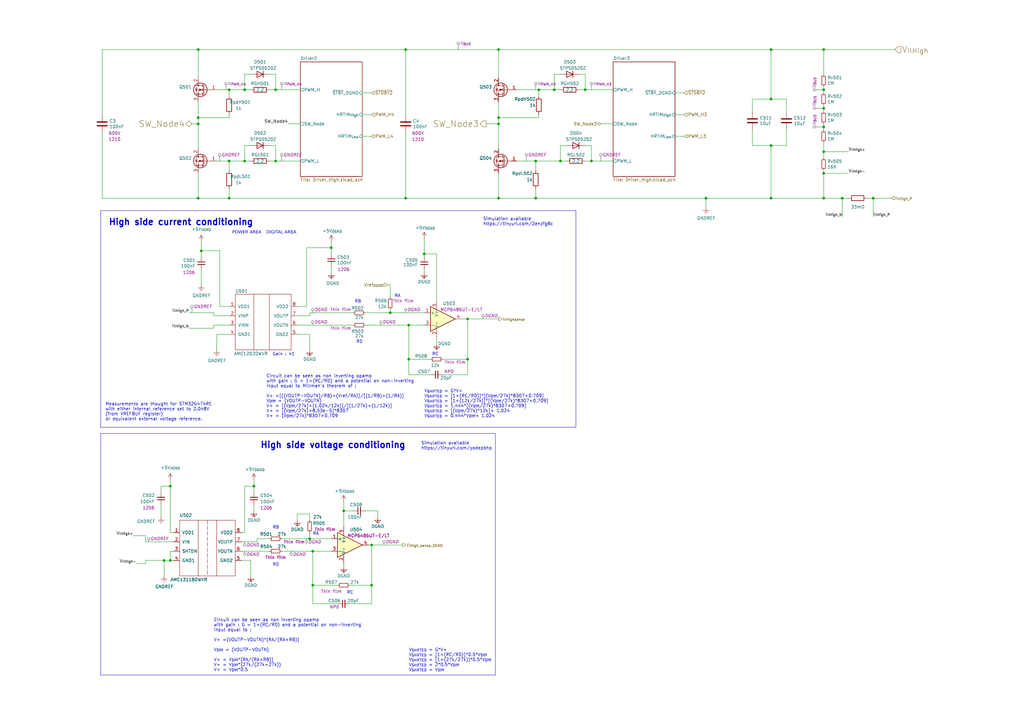
<source format=kicad_sch>
(kicad_sch (version 20231120) (generator "eeschema") (generator_version "8.0")
  (paper "A3")
  (title_block (title "High side H bridge"))
  (lib_symbols
    (symbol "AMC1311DBW_1" (pin_names (offset 1.016))
      (property "Reference" "U601" (at -8.89 13.97 0))
      (property "Value" "AMC1311DWV" (at 7.62 13.97 0))
      (symbol "AMC1311DBW_1_1_1"
        (pin power_in line (at -13.97 7.62 0) (length 2.54) (name "VDD1") (number "1"))
        (pin input line (at -13.97 3.81 0) (length 2.54) (name "VIN") (number "2"))
        (pin input line (at -13.97 0 0) (length 2.54) (name "SHTDN") (number "3"))
        (pin power_in line (at -13.97 -3.81 0) (length 2.54) (name "GND1") (number "4"))
        (pin power_in line (at 13.97 -3.81 180) (length 2.54) (name "GND2") (number "5"))
        (pin output line (at 13.97 0 180) (length 2.54) (name "VOUTN") (number "6"))
        (pin output line (at 13.97 3.81 180) (length 2.54) (name "VOUTP") (number "7"))
        (pin power_in line (at 13.97 7.62 180) (length 2.54) (name "VDD2") (number "8"))
      )
    )
    (symbol "Device:C" (pin_numbers hide) (pin_names (offset 0.254))
      (property "Reference" "C" (at 0.635 2.54 0))
      (property "Value" "C" (at 0.635 -2.54 0))
      (symbol "C_1_1"
        (pin passive line (at 0 3.81 270) (length 2.794) (name "~") (number "1"))
        (pin passive line (at 0 -3.81 90) (length 2.794) (name "~") (number "2"))
      )
    )
    (symbol "Device:C_Small" (pin_numbers hide) (pin_names (offset 0.254) hide)
      (property "Reference" "C" (at 0.254 1.778 0))
      (property "Value" "C_Small" (at 0.254 -2.032 0))
      (symbol "C_Small_1_1"
        (pin passive line (at 0 2.54 270) (length 2.032) (name "~") (number "1"))
        (pin passive line (at 0 -2.54 90) (length 2.032) (name "~") (number "2"))
      )
    )
    (symbol "Device:D" (pin_numbers hide) (pin_names (offset 1.016) hide)
      (property "Reference" "D" (at 0 2.54 0))
      (property "Value" "D" (at 0 -2.54 0))
      (symbol "D_1_1"
        (pin passive line (at -3.81 0 0) (length 2.54) (name "K") (number "1"))
        (pin passive line (at 3.81 0 180) (length 2.54) (name "A") (number "2"))
      )
    )
    (symbol "Device:R" (pin_numbers hide) (pin_names (offset 0))
      (property "Reference" "R" (at 2.032 0 90))
      (property "Value" "R" (at 0 0 90))
      (symbol "R_1_1"
        (pin passive line (at 0 3.81 270) (length 1.27) (name "~") (number "1"))
        (pin passive line (at 0 -3.81 90) (length 1.27) (name "~") (number "2"))
      )
    )
    (symbol "Device:R_Small" (pin_numbers hide) (pin_names (offset 0.254) hide)
      (property "Reference" "R" (at 0.762 0.508 0))
      (property "Value" "R_Small" (at 0.762 -1.016 0))
      (symbol "R_Small_1_1"
        (pin passive line (at 0 2.54 270) (length 0.762) (name "~") (number "1"))
        (pin passive line (at 0 -2.54 90) (length 0.762) (name "~") (number "2"))
      )
    )
    (symbol "R_Small_14" (pin_numbers hide) (pin_names (offset 0.254) hide)
      (property "Reference" "R" (at 0.762 0.508 0))
      (property "Value" "R_Small_14" (at 0.762 -1.016 0))
      (symbol "R_Small_14_1_1"
        (pin passive line (at 0 2.54 270) (length 0.762) (name "~") (number "1"))
        (pin passive line (at 0 -2.54 90) (length 0.762) (name "~") (number "2"))
      )
    )
    (symbol "Symbols:+12V_PGND" (power) (in_bom no) (on_board no)
      (property "Value" "+12V_PGND" (at -0.127 3.81 0))
      (symbol "+12V_PGND_1_1"
        (pin power_in line (at 0 0 90) (length 0) hide (name "+12V_PGND") (number "1"))
      )
    )
    (symbol "Symbols:+5V_DGND" (power) (in_bom no) (on_board no)
      (property "Value" "+5V_DGND" (at -0.127 3.81 0))
      (symbol "+5V_DGND_1_1"
        (pin power_in line (at 0 0 90) (length 0) hide (name "+5V_DGND") (number "1"))
      )
    )
    (symbol "Symbols:AMC1100" (pin_names (offset 1.016))
      (property "Reference" "U" (at 0 -6.35 0))
      (property "Value" "AMC1100" (at 0 -8.89 0))
      (symbol "AMC1100_1_1"
        (pin power_in line (at -13.97 7.62 0) (length 2.54) (name "VDD1") (number "1"))
        (pin input line (at -13.97 3.81 0) (length 2.54) (name "VINP") (number "2"))
        (pin input line (at -13.97 0 0) (length 2.54) (name "VINN") (number "3"))
        (pin power_in line (at -13.97 -3.81 0) (length 2.54) (name "GND1") (number "4"))
        (pin power_in line (at 13.97 -3.81 180) (length 2.54) (name "GND2") (number "5"))
        (pin output line (at 13.97 0 180) (length 2.54) (name "VOUTN") (number "6"))
        (pin output line (at 13.97 3.81 180) (length 2.54) (name "VOUTP") (number "7"))
        (pin power_in line (at 13.97 7.62 180) (length 2.54) (name "VDD2") (number "8"))
      )
    )
    (symbol "Symbols:DGND" (power) (pin_names (offset 0))
      (property "Value" "DGND" (at 0 -3.81 0))
      (symbol "DGND_0_0"
        (text "D" (at 0 -1.778 0) (effects (font (size 0.63 0.63))))
      )
      (symbol "DGND_1_1"
        (pin power_in line (at 0 0 270) (length 0) hide (name "DGND") (number "1"))
      )
    )
    (symbol "Symbols:MCP6486UT-E/LT " (pin_names (offset 0.127))
      (property "Reference" "U205" (at 3.81 7.62 0))
      (property "manf#" "MCP6486UT-E/LT " (at 12.7 5.08 0))
      (symbol "MCP6486UT-E/LT _1_1"
        (pin input line (at -5.08 2.54 0) (length 2.54) (name "+") (number "1"))
        (pin power_in line (at 0 -7.62 90) (length 3.81) (name "V-") (number "2"))
        (pin input line (at -5.08 -2.54 0) (length 2.54) (name "-") (number "3"))
        (pin output line (at 10.16 0 180) (length 2.54) (name "~") (number "4"))
        (pin power_in line (at 0 7.62 270) (length 3.81) (name "V+") (number "5"))
      )
    )
    (symbol "Transistor_FET:QM6006D" (pin_names hide)
      (property "Reference" "Q" (at 5.08 1.905 0))
      (property "Value" "QM6006D" (at 5.08 0 0))
      (symbol "QM6006D_1_1"
        (pin input line (at -5.08 0 0) (length 2.54) (name "G") (number "1"))
        (pin passive line (at 2.54 5.08 270) (length 2.54) (name "D") (number "2"))
        (pin passive line (at 2.54 -5.08 90) (length 2.54) (name "S") (number "3"))
      )
    )
    (symbol "power:GNDREF" (power) (pin_names (offset 0))
      (property "Value" "GNDREF" (at 0 -3.81 0))
      (symbol "GNDREF_1_1"
        (pin power_in line (at 0 0 270) (length 0) hide (name "GNDREF") (number "1"))
      )
    )
  )
  (junction (at 100.33 66.04))
  (junction (at 229.87 66.04))
  (junction (at 240.03 36.83))
  (junction (at 160.02 128.27))
  (junction (at 204.47 48.26))
  (junction (at 113.03 36.83))
  (junction (at 152.4 240.03))
  (junction (at 167.64 147.32))
  (junction (at 204.47 20.32))
  (junction (at 337.82 44.45))
  (junction (at 166.37 20.32))
  (junction (at 289.56 81.28))
  (junction (at 337.82 52.07))
  (junction (at 152.4 223.52))
  (junction (at 69.85 199.39))
  (junction (at 128.27 240.03))
  (junction (at 82.55 102.87))
  (junction (at 127 220.98))
  (junction (at 220.98 36.83))
  (junction (at 337.82 71.12))
  (junction (at 337.82 81.28))
  (junction (at 337.82 20.32))
  (junction (at 81.28 50.8))
  (junction (at 93.98 36.83))
  (junction (at 337.82 62.23))
  (junction (at 100.33 36.83))
  (junction (at 316.23 81.28))
  (junction (at 81.28 20.32))
  (junction (at 173.99 104.14))
  (junction (at 191.77 147.32))
  (junction (at 219.71 81.28))
  (junction (at 219.71 66.04))
  (junction (at 81.28 48.26))
  (junction (at 135.89 101.6))
  (junction (at 113.03 66.04))
  (junction (at 167.64 133.35))
  (junction (at 69.85 229.87))
  (junction (at 358.14 81.28))
  (junction (at 316.23 59.69))
  (junction (at 140.97 209.55))
  (junction (at 104.14 199.39))
  (junction (at 337.82 36.83))
  (junction (at 81.28 81.28))
  (junction (at 242.57 66.04))
  (junction (at 227.33 36.83))
  (junction (at 166.37 81.28))
  (junction (at 93.98 81.28))
  (junction (at 316.23 40.64))
  (junction (at 345.44 81.28))
  (junction (at 191.77 130.81))
  (junction (at 128.27 226.06))
  (junction (at 204.47 81.28))
  (junction (at 316.23 20.32))
  (junction (at 93.98 66.04))
  (junction (at 204.47 50.8))
  (junction (at 67.31 229.87))
  (wire (pts (xy 93.98 66.04) (xy 100.33 66.04)))
  (wire (pts (xy 59.69 222.25) (xy 71.12 222.25)))
  (wire (pts (xy 335.28 36.83) (xy 337.82 36.83)))
  (wire (pts (xy 125.73 125.73) (xy 125.73 101.6)))
  (wire (pts (xy 337.82 71.12) (xy 337.82 81.28)) (stroke (width 0.1524)))
  (wire (pts (xy 204.47 48.26) (xy 204.47 50.8)) (stroke (width 0.1524)))
  (wire (pts (xy 308.61 59.69) (xy 316.23 59.69)) (stroke (width 0.1524)))
  (wire (pts (xy 242.57 66.04) (xy 251.46 66.04)))
  (wire (pts (xy 179.07 104.14) (xy 179.07 123.19)))
  (wire (pts (xy 148.59 38.1) (xy 152.4 38.1)))
  (wire (pts (xy 347.98 62.23) (xy 337.82 62.23)))
  (wire (pts (xy 316.23 40.64) (xy 316.23 20.32)))
  (wire (pts (xy 148.59 46.99) (xy 152.4 46.99)))
  (wire (pts (xy 67.31 229.87) (xy 67.31 236.22)) (stroke (width 0.1524)))
  (wire (pts (xy 93.98 69.85) (xy 93.98 66.04)))
  (wire (pts (xy 337.82 20.32) (xy 337.82 30.48)))
  (wire (pts (xy 110.49 30.48) (xy 113.03 30.48)))
  (wire (pts (xy 128.27 226.06) (xy 135.89 226.06)))
  (wire (pts (xy 69.85 229.87) (xy 71.12 229.87)))
  (wire (pts (xy 219.71 81.28) (xy 289.56 81.28)) (stroke (width 0.1524)))
  (wire (pts (xy 173.99 110.49) (xy 173.99 111.76)))
  (wire (pts (xy 110.49 59.69) (xy 113.03 59.69)))
  (wire (pts (xy 81.28 50.8) (xy 81.28 60.96)) (stroke (width 0.1524)))
  (wire (pts (xy 81.28 20.32) (xy 81.28 31.75)) (stroke (width 0.1524)))
  (wire (pts (xy 173.99 104.14) (xy 179.07 104.14)))
  (wire (pts (xy 110.49 66.04) (xy 113.03 66.04)))
  (wire (pts (xy 229.87 66.04) (xy 232.41 66.04)))
  (wire (pts (xy 81.28 81.28) (xy 93.98 81.28)) (stroke (width 0.1524)))
  (wire (pts (xy 121.92 125.73) (xy 125.73 125.73)))
  (wire (pts (xy 358.14 81.28) (xy 365.76 81.28)) (stroke (width 0.1524)))
  (wire (pts (xy 167.64 147.32) (xy 167.64 153.67)))
  (wire (pts (xy 140.97 231.14) (xy 140.97 232.41)))
  (wire (pts (xy 151.13 223.52) (xy 152.4 223.52)))
  (wire (pts (xy 115.57 226.06) (xy 128.27 226.06)))
  (wire (pts (xy 167.64 147.32) (xy 176.53 147.32)))
  (wire (pts (xy 191.77 130.81) (xy 191.77 147.32)))
  (wire (pts (xy 240.03 36.83) (xy 237.49 36.83)))
  (wire (pts (xy 240.03 30.48) (xy 240.03 36.83)))
  (wire (pts (xy 113.03 30.48) (xy 113.03 36.83)))
  (wire (pts (xy 337.82 35.56) (xy 337.82 36.83)))
  (wire (pts (xy 335.28 44.45) (xy 337.82 44.45)))
  (wire (pts (xy 337.82 20.32) (xy 367.03 20.32)))
  (wire (pts (xy 337.82 69.85) (xy 337.82 71.12)) (stroke (width 0.1524)))
  (wire (pts (xy 81.28 50.8) (xy 81.28 48.26)) (stroke (width 0.1524)))
  (wire (pts (xy 105.41 220.98) (xy 105.41 222.25)))
  (wire (pts (xy 289.56 81.28) (xy 289.56 85.09)) (stroke (width 0.1524)))
  (wire (pts (xy 227.33 30.48) (xy 227.33 36.83)))
  (wire (pts (xy 59.69 222.25) (xy 59.69 219.71)))
  (wire (pts (xy 181.61 147.32) (xy 191.77 147.32)))
  (wire (pts (xy 337.82 50.8) (xy 337.82 52.07)))
  (wire (pts (xy 160.02 128.27) (xy 173.99 128.27)))
  (wire (pts (xy 121.92 137.16) (xy 127 137.16)))
  (wire (pts (xy 88.9 137.16) (xy 93.98 137.16)))
  (wire (pts (xy 100.33 199.39) (xy 100.33 218.44)))
  (wire (pts (xy 100.33 66.04) (xy 100.33 59.69)))
  (wire (pts (xy 104.14 196.85) (xy 104.14 199.39)))
  (wire (pts (xy 78.74 50.8) (xy 81.28 50.8)) (stroke (width 0.1524)))
  (wire (pts (xy 140.97 205.74) (xy 140.97 209.55)))
  (wire (pts (xy 322.58 53.34) (xy 322.58 59.69)) (stroke (width 0.1524)))
  (wire (pts (xy 87.63 129.54) (xy 87.63 128.27)))
  (wire (pts (xy 345.44 81.28) (xy 347.98 81.28)) (stroke (width 0.1524)))
  (wire (pts (xy 355.6 81.28) (xy 358.14 81.28)) (stroke (width 0.1524)))
  (wire (pts (xy 59.69 229.87) (xy 67.31 229.87)))
  (wire (pts (xy 93.98 48.26) (xy 81.28 48.26)) (stroke (width 0.1524)))
  (wire (pts (xy 128.27 226.06) (xy 128.27 240.03)))
  (wire (pts (xy 88.9 36.83) (xy 93.98 36.83)))
  (wire (pts (xy 99.06 226.06) (xy 110.49 226.06)))
  (wire (pts (xy 77.47 128.27) (xy 87.63 128.27)))
  (wire (pts (xy 104.14 207.01) (xy 104.14 209.55)))
  (wire (pts (xy 154.94 209.55) (xy 154.94 212.09)))
  (wire (pts (xy 204.47 71.12) (xy 204.47 81.28)) (stroke (width 0.1524)))
  (wire (pts (xy 345.44 81.28) (xy 345.44 88.9)) (stroke (width 0.1524)))
  (wire (pts (xy 160.02 116.84) (xy 160.02 121.92)))
  (wire (pts (xy 289.56 81.28) (xy 316.23 81.28)) (stroke (width 0.1524)))
  (wire (pts (xy 308.61 53.34) (xy 308.61 59.69)) (stroke (width 0.1524)))
  (wire (pts (xy 152.4 223.52) (xy 165.1 223.52)))
  (wire (pts (xy 149.86 133.35) (xy 167.64 133.35)))
  (wire (pts (xy 90.17 102.87) (xy 82.55 102.87)))
  (wire (pts (xy 71.12 226.06) (xy 69.85 226.06)))
  (wire (pts (xy 81.28 41.91) (xy 81.28 48.26)) (stroke (width 0.1524)))
  (wire (pts (xy 69.85 226.06) (xy 69.85 229.87)))
  (wire (pts (xy 167.64 133.35) (xy 167.64 147.32)))
  (wire (pts (xy 77.47 134.62) (xy 87.63 134.62)))
  (wire (pts (xy 135.89 109.22) (xy 135.89 111.76)))
  (wire (pts (xy 67.31 229.87) (xy 69.85 229.87)))
  (wire (pts (xy 212.09 36.83) (xy 220.98 36.83)))
  (wire (pts (xy 113.03 59.69) (xy 113.03 66.04)))
  (wire (pts (xy 337.82 44.45) (xy 337.82 45.72)))
  (wire (pts (xy 81.28 71.12) (xy 81.28 81.28)) (stroke (width 0.1524)))
  (wire (pts (xy 166.37 54.61) (xy 166.37 81.28)) (stroke (width 0.1524)))
  (wire (pts (xy 335.28 52.07) (xy 337.82 52.07)))
  (wire (pts (xy 204.47 20.32) (xy 204.47 31.75)))
  (wire (pts (xy 219.71 66.04) (xy 229.87 66.04)))
  (wire (pts (xy 115.57 220.98) (xy 127 220.98)))
  (wire (pts (xy 308.61 45.72) (xy 308.61 40.64)))
  (wire (pts (xy 144.78 128.27) (xy 127 128.27)))
  (wire (pts (xy 227.33 30.48) (xy 229.87 30.48)))
  (wire (pts (xy 237.49 30.48) (xy 240.03 30.48)))
  (wire (pts (xy 41.91 54.61) (xy 41.91 81.28)) (stroke (width 0.1524)))
  (wire (pts (xy 316.23 20.32) (xy 337.82 20.32)))
  (wire (pts (xy 121.92 210.82) (xy 121.92 213.36)))
  (wire (pts (xy 240.03 36.83) (xy 251.46 36.83)))
  (wire (pts (xy 90.17 125.73) (xy 90.17 102.87)))
  (wire (pts (xy 276.86 38.1) (xy 280.67 38.1)))
  (wire (pts (xy 220.98 46.99) (xy 220.98 48.26)) (stroke (width 0.1524)))
  (wire (pts (xy 347.98 71.12) (xy 337.82 71.12)) (stroke (width 0.1524)))
  (wire (pts (xy 204.47 41.91) (xy 204.47 48.26)) (stroke (width 0.1524)))
  (wire (pts (xy 149.86 209.55) (xy 154.94 209.55)))
  (wire (pts (xy 100.33 59.69) (xy 102.87 59.69)))
  (wire (pts (xy 118.11 50.8) (xy 123.19 50.8)))
  (wire (pts (xy 88.9 66.04) (xy 93.98 66.04)))
  (wire (pts (xy 204.47 50.8) (xy 204.47 60.96)) (stroke (width 0.1524)))
  (wire (pts (xy 240.03 59.69) (xy 242.57 59.69)))
  (wire (pts (xy 127 129.54) (xy 121.92 129.54)))
  (wire (pts (xy 87.63 133.35) (xy 87.63 134.62)))
  (wire (pts (xy 220.98 36.83) (xy 227.33 36.83)))
  (wire (pts (xy 127 218.44) (xy 127 220.98)))
  (wire (pts (xy 121.92 210.82) (xy 127 210.82)))
  (wire (pts (xy 100.33 36.83) (xy 102.87 36.83)))
  (wire (pts (xy 148.59 55.88) (xy 152.4 55.88)))
  (wire (pts (xy 127 128.27) (xy 127 129.54)))
  (wire (pts (xy 316.23 40.64) (xy 322.58 40.64)))
  (wire (pts (xy 41.91 81.28) (xy 81.28 81.28)) (stroke (width 0.1524)))
  (wire (pts (xy 240.03 66.04) (xy 242.57 66.04)))
  (wire (pts (xy 316.23 59.69) (xy 322.58 59.69)) (stroke (width 0.1524)))
  (wire (pts (xy 143.51 240.03) (xy 152.4 240.03)))
  (wire (pts (xy 69.85 199.39) (xy 69.85 218.44)))
  (wire (pts (xy 69.85 196.85) (xy 69.85 199.39)))
  (wire (pts (xy 276.86 55.88) (xy 280.67 55.88)))
  (wire (pts (xy 173.99 104.14) (xy 173.99 105.41)))
  (wire (pts (xy 181.61 153.67) (xy 191.77 153.67)))
  (wire (pts (xy 246.38 50.8) (xy 251.46 50.8)))
  (wire (pts (xy 140.97 209.55) (xy 144.78 209.55)))
  (wire (pts (xy 127 220.98) (xy 135.89 220.98)))
  (wire (pts (xy 166.37 20.32) (xy 204.47 20.32)))
  (wire (pts (xy 191.77 130.81) (xy 204.47 130.81)))
  (wire (pts (xy 242.57 59.69) (xy 242.57 66.04)))
  (wire (pts (xy 113.03 36.83) (xy 110.49 36.83)))
  (wire (pts (xy 135.89 99.06) (xy 135.89 101.6)))
  (wire (pts (xy 143.51 247.65) (xy 152.4 247.65)))
  (wire (pts (xy 219.71 77.47) (xy 219.71 81.28)) (stroke (width 0.1524)))
  (wire (pts (xy 87.63 129.54) (xy 93.98 129.54)))
  (wire (pts (xy 41.91 20.32) (xy 81.28 20.32)))
  (wire (pts (xy 204.47 20.32) (xy 316.23 20.32)))
  (wire (pts (xy 88.9 137.16) (xy 88.9 143.51)) (stroke (width 0.1524)))
  (wire (pts (xy 152.4 223.52) (xy 152.4 240.03)))
  (wire (pts (xy 316.23 81.28) (xy 337.82 81.28)) (stroke (width 0.1524)))
  (wire (pts (xy 166.37 20.32) (xy 166.37 46.99)))
  (wire (pts (xy 135.89 101.6) (xy 135.89 104.14)))
  (wire (pts (xy 316.23 59.69) (xy 316.23 81.28)) (stroke (width 0.1524)))
  (wire (pts (xy 199.39 50.8) (xy 204.47 50.8)) (stroke (width 0.1524)))
  (wire (pts (xy 140.97 209.55) (xy 140.97 215.9)))
  (wire (pts (xy 337.82 43.18) (xy 337.82 44.45)))
  (wire (pts (xy 138.43 247.65) (xy 128.27 247.65)))
  (wire (pts (xy 99.06 229.87) (xy 102.87 229.87)))
  (wire (pts (xy 105.41 222.25) (xy 99.06 222.25)))
  (wire (pts (xy 128.27 240.03) (xy 138.43 240.03)))
  (wire (pts (xy 113.03 36.83) (xy 123.19 36.83)))
  (wire (pts (xy 158.75 116.84) (xy 160.02 116.84)))
  (wire (pts (xy 212.09 66.04) (xy 219.71 66.04)))
  (wire (pts (xy 41.91 20.32) (xy 41.91 46.99)))
  (wire (pts (xy 276.86 46.99) (xy 280.67 46.99)))
  (wire (pts (xy 337.82 62.23) (xy 337.82 64.77)))
  (wire (pts (xy 82.55 102.87) (xy 82.55 105.41)))
  (wire (pts (xy 128.27 240.03) (xy 128.27 247.65)))
  (wire (pts (xy 176.53 153.67) (xy 167.64 153.67)))
  (wire (pts (xy 93.98 125.73) (xy 90.17 125.73)))
  (wire (pts (xy 167.64 133.35) (xy 173.99 133.35)))
  (wire (pts (xy 104.14 199.39) (xy 100.33 199.39)))
  (wire (pts (xy 121.92 133.35) (xy 144.78 133.35)))
  (wire (pts (xy 337.82 36.83) (xy 337.82 38.1)))
  (wire (pts (xy 81.28 20.32) (xy 166.37 20.32)))
  (wire (pts (xy 227.33 36.83) (xy 229.87 36.83)))
  (wire (pts (xy 337.82 52.07) (xy 337.82 53.34)))
  (wire (pts (xy 149.86 128.27) (xy 160.02 128.27)))
  (wire (pts (xy 179.07 138.43) (xy 179.07 140.97)))
  (wire (pts (xy 127 137.16) (xy 127 143.51)))
  (wire (pts (xy 166.37 81.28) (xy 204.47 81.28)) (stroke (width 0.1524)))
  (wire (pts (xy 59.69 229.87) (xy 59.69 231.14)))
  (wire (pts (xy 229.87 59.69) (xy 232.41 59.69)))
  (wire (pts (xy 82.55 99.06) (xy 82.55 102.87)))
  (wire (pts (xy 93.98 77.47) (xy 93.98 81.28)) (stroke (width 0.1524)))
  (wire (pts (xy 220.98 48.26) (xy 204.47 48.26)) (stroke (width 0.1524)))
  (wire (pts (xy 93.98 36.83) (xy 93.98 39.37)))
  (wire (pts (xy 160.02 127) (xy 160.02 128.27)))
  (wire (pts (xy 127 213.36) (xy 127 210.82)))
  (wire (pts (xy 308.61 40.64) (xy 316.23 40.64)))
  (wire (pts (xy 66.04 207.01) (xy 66.04 212.09)) (stroke (width 0.1524)))
  (wire (pts (xy 337.82 58.42) (xy 337.82 62.23)))
  (wire (pts (xy 322.58 45.72) (xy 322.58 40.64)))
  (wire (pts (xy 191.77 130.81) (xy 189.23 130.81)))
  (wire (pts (xy 93.98 46.99) (xy 93.98 48.26)) (stroke (width 0.1524)))
  (wire (pts (xy 229.87 59.69) (xy 229.87 66.04)))
  (wire (pts (xy 110.49 220.98) (xy 105.41 220.98)))
  (wire (pts (xy 66.04 199.39) (xy 69.85 199.39)))
  (wire (pts (xy 219.71 69.85) (xy 219.71 66.04)))
  (wire (pts (xy 66.04 199.39) (xy 66.04 201.93)))
  (wire (pts (xy 100.33 30.48) (xy 102.87 30.48)))
  (wire (pts (xy 82.55 110.49) (xy 82.55 116.84)) (stroke (width 0.1524)))
  (wire (pts (xy 69.85 218.44) (xy 71.12 218.44)))
  (wire (pts (xy 220.98 36.83) (xy 220.98 39.37)))
  (wire (pts (xy 204.47 81.28) (xy 219.71 81.28)) (stroke (width 0.1524)))
  (wire (pts (xy 104.14 199.39) (xy 104.14 201.93)))
  (wire (pts (xy 358.14 81.28) (xy 358.14 88.9)) (stroke (width 0.1524)))
  (wire (pts (xy 337.82 81.28) (xy 345.44 81.28)) (stroke (width 0.1524)))
  (wire (pts (xy 125.73 101.6) (xy 135.89 101.6)))
  (wire (pts (xy 93.98 36.83) (xy 100.33 36.83)))
  (wire (pts (xy 100.33 66.04) (xy 102.87 66.04)))
  (wire (pts (xy 55.88 231.14) (xy 59.69 231.14)))
  (wire (pts (xy 152.4 240.03) (xy 152.4 247.65)))
  (wire (pts (xy 102.87 229.87) (xy 102.87 236.22)))
  (wire (pts (xy 93.98 81.28) (xy 166.37 81.28)) (stroke (width 0.1524)))
  (wire (pts (xy 113.03 66.04) (xy 123.19 66.04)))
  (wire (pts (xy 59.69 219.71) (xy 54.61 219.71)))
  (wire (pts (xy 100.33 36.83) (xy 100.33 30.48)))
  (wire (pts (xy 99.06 218.44) (xy 100.33 218.44)))
  (wire (pts (xy 93.98 133.35) (xy 87.63 133.35)))
  (wire (pts (xy 191.77 147.32) (xy 191.77 153.67)))
  (wire (pts (xy 173.99 97.79) (xy 173.99 104.14)))
  (rectangle (start 41.275 177.8) (end 203.2 276.86))
  (rectangle (start 41.275 86.36) (end 236.22 175.26))
  (text "High side voltage conditioning" (at 106.68 184.15 0) (effects (font (size 2.54 2.54) (thickness 0.5) (bold yes)) (justify left bottom)))
  (text "Simulation available\nhttps://tinyurl.com/yodepbhp\n\n" (at 172.72 186.69 0) (effects (font (size 1.27 1.27)) (justify left bottom)))
  (text "RD" (at 146.05 140.97 0) (effects (font (size 1.27 1.27)) (justify left bottom)))
  (text "Gain : 41" (at 111.76 146.05 0) (effects (font (size 1.2446 1.2446)) (justify left bottom)))
  (text "V_{SHIFTED} = G*V+\nV_{SHIFTED} = [1+(RC/RD)]*[(V_{Diff}/27k)*8307+0,709]\nV_{SHIFTED} = [1+(12k/27k)]*[(V_{Diff}/27k)*8307+0,709]\nV_{SHIFTED} = 1.444*[(V_{Diff}/27k)*8307+0,709]\nV_{SHIFTED} = [(V_{Diff}/27k)*12k]+ 1.024\nV_{SHIFTED} = 0.444*V_{Diff}+ 1.024" (at 173.99 171.45 0) (effects (font (size 1.27 1.27)) (justify left bottom)))
  (text "POWER AREA\n" (at 95.25 96.52 0) (effects (font (size 1.27 1.27)) (justify left bottom)))
  (text "High side current conditioning" (at 44.45 92.71 0) (effects (font (size 2.54 2.54) (thickness 0.5) (bold yes)) (justify left bottom)))
  (text "Circuit can be seen as non inverting opamp\nwith gain : G = 1+(RC/RD) and a potential on non-inverting\ninput equal to :\n\nV+ =(VOUTP-VOUTN)*(RA/(RA+RB))\n\nV_{Diff} = (VOUTP-VOUTN)\n\nV+ = V_{Diff}*(RA/(RA+RB))\nV+ = V_{Diff}*(27k/(27k+27k))\nV+ = V_{Diff}*0.5" (at 87.63 275.59 0) (effects (font (size 1.27 1.27)) (justify left bottom)))
  (text "RD" (at 111.76 232.41 0) (effects (font (size 1.27 1.27)) (justify left bottom)))
  (text "DIGITAL AREA\n" (at 109.22 96.52 0) (effects (font (size 1.27 1.27)) (justify left bottom)))
  (text "RC" (at 142.24 243.84 0) (effects (font (size 1.27 1.27)) (justify left bottom)))
  (text "RC" (at 177.165 146.05 0) (effects (font (size 1.27 1.27)) (justify left bottom)))
  (text "Circuit can be seen as non inverting opamp\nwith gain : G = 1+(RC/RD) and a potential on non-inverting\ninput equal to Millman's theorem of :\n\nV+ =[((VOUTP-VOUTN)/RB)+(Vref/RA)]/[(1/RB)+(1/RA)]\nV_{Diff} = (VOUTP-VOUTN)\nV+ = [(V_{Diff}/27k)+(1.024/12k)]/[(1/27k)+(1/12k)]\nV+ = [(V_{Diff}/27k)+8.53e-5]*8307\nV+ = (V_{Diff}/27k)*8307+0,709" (at 109.22 171.45 0) (effects (font (size 1.27 1.27)) (justify left bottom)))
  (text "V_{SHIFTED} = G*V+\nV_{SHIFTED} = [1+(RC/RD)]*0.5*V_{Diff}\nV_{SHIFTED} = [1+(27k/27k)]*0.5*V_{Diff}\nV_{SHIFTED} = 2*0.5*V_{Diff}\nV_{SHIFTED} = V_{Diff}" (at 167.64 275.59 0) (effects (font (size 1.27 1.27)) (justify left bottom)))
  (text "Simulation available \nhttps://tinyurl.com/2enzfg8c" (at 198.12 92.71 0) (effects (font (size 1.27 1.27)) (justify left bottom)))
  (text "RA" (at 161.798 122.174 0) (effects (font (size 1.27 1.27)) (justify left bottom)))
  (text "RA" (at 128.27 219.71 0) (effects (font (size 1.27 1.27)) (justify left bottom)))
  (text "RB" (at 111.76 217.17 0) (effects (font (size 1.27 1.27)) (justify left bottom)))
  (text "Measurements are thought for STM32G474RE\nwith either internal reference set to 2.048V\n(from VREFBUF register)\nor equivalent external voltage reference. " (at 43.18 172.72 0) (effects (font (size 1.27 1.27)) (justify left bottom)))
  (text "RB" (at 145.415 124.46 0) (effects (font (size 1.27 1.27)) (justify left bottom)))
  (label "V_{IIHigh+}" (at 54.61 219.71 180))
  (label "I_{IIHigh_N}" (at 77.47 134.62 180))
  (label "I_{IIHigh_P}" (at 77.47 128.27 180))
  (label "V_{IIHigh-}" (at 347.98 71.12 0))
  (label "V_{IIHigh+}" (at 347.98 62.23 0))
  (label "I_{IIHigh_P}" (at 358.14 88.9 0))
  (label "SW_Node4" (at 118.11 50.8 180))
  (label "I_{IIHigh_N}" (at 345.44 88.9 180))
  (label "V_{IIHigh-}" (at 55.88 231.14 180))
  (hierarchical_label "~{STDBY2}" (shape input) (at 152.4 38.1 0))
  (hierarchical_label "~{STDBY2}" (shape input) (at 280.67 38.1 0))
  (hierarchical_label "SW_Node3" (shape output) (at 199.39 50.8 180) (effects (font (size 2.5 2.5))))
  (hierarchical_label "PWM_H3" (shape input) (at 280.67 46.99 0))
  (hierarchical_label "SW_Node3" (shape bidirectional) (at 246.38 50.8 180))
  (hierarchical_label "V_{IHigh_sense_DGND}" (shape output) (at 165.1 223.52 0))
  (hierarchical_label "I_{IIHighsense}" (shape output) (at 204.47 130.81 0))
  (hierarchical_label "Vref_{DGND}" (shape input) (at 158.75 116.84 180))
  (hierarchical_label "PWM_L3" (shape input) (at 280.67 55.88 0))
  (hierarchical_label "SW_Node4" (shape bidirectional) (at 78.74 50.8 180) (effects (font (size 2.5 2.5))))
  (hierarchical_label "I_{IIHigh_P}" (shape input) (at 365.76 81.28 0))
  (hierarchical_label "V_{IIHigh}" (shape input) (at 367.03 20.32 0) (effects (font (size 2.5 2.5))))
  (hierarchical_label "PWM_H4" (shape input) (at 152.4 46.99 0))
  (hierarchical_label "PWM_L4" (shape input) (at 152.4 55.88 0))
  (netclass_flag "" (length 2.54) (shape round) (at 219.71 36.83 0) (property "Netclass" "II_{PWM_H3}" (at 220.4085 34.29 0) (effects (font (italic yes)) (justify left))))
  (netclass_flag "" (length 1.27) (shape round) (at 100.33 222.25 180) (property "Netclass" "DGND" (at 101.0285 223.52 0) (effects (font (italic yes)) (justify left))))
  (netclass_flag "" (length 2.54) (shape round) (at 215.9 66.04 0) (property "Netclass" "GNDREF" (at 216.5985 63.5 0) (effects (font (italic yes)) (justify left))))
  (netclass_flag "" (length 2.54) (shape round) (at 187.96 20.32 0) (property "Netclass" "II_{BUS}" (at 188.6585 17.78 0) (effects (font (italic yes)) (justify left))))
  (netclass_flag "" (length 1.27) (shape round) (at 335.28 52.07 90) (property "Netclass" "II_{BUS}" (at 334.01 51.3715 90) (effects (font (italic yes)) (justify left))))
  (netclass_flag "" (length 1.27) (shape round) (at 166.37 128.27 0) (property "Netclass" "DGND" (at 167.0685 127 0) (effects (font (italic yes)) (justify left))))
  (netclass_flag "" (length 1.27) (shape round) (at 157.48 223.52 0) (property "Netclass" "DGND" (at 158.1785 222.25 0) (effects (font (italic yes)) (justify left))))
  (netclass_flag "" (length 1.27) (shape round) (at 335.28 44.45 90) (property "Netclass" "II_{BUS}" (at 334.01 43.7515 90) (effects (font (italic yes)) (justify left))))
  (netclass_flag "" (length 2.54) (shape round) (at 115.57 66.04 0) (property "Netclass" "GNDREF" (at 116.2685 63.5 0) (effects (font (italic yes)) (justify left))))
  (netclass_flag "" (length 1.27) (shape round) (at 100.33 226.06 180) (property "Netclass" "DGND" (at 101.0285 227.33 0) (effects (font (italic yes)) (justify left))))
  (netclass_flag "" (length 2.54) (shape round) (at 90.17 66.04 0) (property "Netclass" "GNDREF" (at 90.8685 63.5 0) (effects (font (italic yes)) (justify left))))
  (netclass_flag "" (length 2.54) (shape round) (at 246.38 66.04 0) (property "Netclass" "GNDREF" (at 247.0785 63.5 0) (effects (font (italic yes)) (justify left))))
  (netclass_flag "" (length 1.27) (shape round) (at 335.28 36.83 90) (property "Netclass" "II_{BUS}" (at 334.01 36.1315 90) (effects (font (italic yes)) (justify left))))
  (netclass_flag "" (length 1.27) (shape round) (at 198.12 130.81 0) (property "Netclass" "DGND" (at 198.8185 129.54 0) (effects (font (italic yes)) (justify left))))
  (netclass_flag "" (length 2.54) (shape round) (at 242.57 36.83 0) (property "Netclass" "II_{PWM_H3}" (at 243.2685 34.29 0) (effects (font (italic yes)) (justify left))))
  (netclass_flag "" (length 1.27) (shape round) (at 156.21 133.35 0) (property "Netclass" "DGND" (at 156.9085 132.08 0) (effects (font (italic yes)) (justify left))))
  (netclass_flag "" (length 2.54) (shape round) (at 92.71 36.83 0) (property "Netclass" "II_{PWM_H4}" (at 93.4085 34.29 0) (effects (font (italic yes)) (justify left))))
  (netclass_flag "" (length 1.27) (shape round) (at 60.96 222.25 0) (property "Netclass" "GNDREF" (at 61.6585 220.98 0) (effects (font (italic yes)) (justify left))))
  (netclass_flag "" (length 1.27) (shape round) (at 128.27 128.27 0) (property "Netclass" "DGND" (at 128.9685 127 0) (effects (font (italic yes)) (justify left))))
  (netclass_flag "" (length 1.27) (shape round) (at 128.27 133.35 0) (property "Netclass" "DGND" (at 128.9685 132.08 0) (effects (font (italic yes)) (justify left))))
  (netclass_flag "" (length 1.27) (shape round) (at 119.38 226.06 180) (property "Netclass" "DGND" (at 120.0785 227.33 0) (effects (font (italic yes)) (justify left))))
  (netclass_flag "" (length 2.54) (shape round) (at 78.74 128.27 0) (property "Netclass" "GNDREF" (at 79.4385 125.73 0) (effects (font (italic yes)) (justify left))))
  (netclass_flag "" (length 2.54) (shape round) (at 115.57 36.83 0) (property "Netclass" "II_{PWM_H4}" (at 116.2685 34.29 0) (effects (font (italic yes)) (justify left))))
  (netclass_flag "" (length 1.27) (shape round) (at 125.73 220.98 180) (property "Netclass" "DGND" (at 126.4285 222.25 0) (effects (font (italic yes)) (justify left))))
  (symbol (lib_id "Device:D") (at 106.68 59.69 0) (mirror y) (unit 1)
    (property "Reference" "D502" (at 106.68 54.61 0))
    (property "Value" "STPS0520Z" (at 107.95 57.15 0))
    (property "Footprint" "Diode_SMD:D_SOD-323" (effects (hide yes)))
    (property "Datasheet" "https://www.st.com/resource/en/datasheet/stps0520z.pdf" (effects (hide yes)))
  )
  (symbol (lib_id "Symbols:+12V_PGND") (at 82.55 99.06 0) (unit 1) (in_bom no) (on_board no)
    (property "Reference" "#PWR0501" (effects (hide yes)))
    (property "Value" "+5V_{IIGND}" (at 82.55 93.98 0))
  )
  (symbol (lib_id "Transistor_FET:QM6006D") (at 83.82 66.04 0) (mirror y) (unit 1)
    (property "Reference" "Q502" (at 78.613 64.8716 0) (effects (justify left)))
    (property "Value" "IPD60R210PFD7SAUMA1" (effects (hide yes)))
    (property "Footprint" "Package_TO_SOT_SMD:TO-252-2" (effects (hide yes)))
    (property "Datasheet" "${KIPRJMOD}\\datasheets\\IPD60R210PFD7S.pdf" (effects (hide yes)))
  )
  (symbol (lib_id "Transistor_FET:QM6006D") (at 207.01 36.83 0) (mirror y) (unit 1)
    (property "Reference" "Q503" (at 201.803 35.6616 0) (effects (justify left)))
    (property "Value" "IPD60R210PFD7SAUMA1" (effects (hide yes)))
    (property "Footprint" "Package_TO_SOT_SMD:TO-252-2" (effects (hide yes)))
    (property "Datasheet" "${KIPRJMOD}\\datasheets\\IPD60R210PFD7S.pdf" (effects (hide yes)))
  )
  (symbol (lib_id "Symbols:MCP6486UT-E/LT ") (at 179.07 130.81 0) (unit 1)
    (property "Reference" "U503" (at 184.15 124.46 0))
    (property "Value" "MCP6486UT-E/LT " (effects (hide yes)))
    (property "Footprint" "Package_TO_SOT_SMD:SOT-353_SC-70-5_Handsoldering" (effects (hide yes)))
    (property "Datasheet" "${KIPRJMOD}\\datasheets\\MCP6486.pdf" (effects (hide yes)))
    (property "manf#" "MCP6486UT-E/LT" (at 189.23 127 0))
    (property "Functional Block" "Measurement" (effects (hide yes)))
    (property "Subfunction" "IILow Measure" (effects (hide yes)))
  )
  (symbol (lib_id "power:GNDREF") (at 67.31 236.22 0) (unit 1)
    (property "Reference" "#PWR0504" (effects (hide yes)))
    (property "Value" "GNDREF" (at 67.437 240.6142 0))
  )
  (symbol (lib_id "Device:R") (at 106.68 66.04 270) (mirror x) (unit 1)
    (property "Reference" "RGL501" (at 106.68 63.5 90))
    (property "Value" "2,2" (at 106.68 66.04 90))
    (property "Footprint" "Resistor_SMD:R_0805_2012Metric" (effects (hide yes)))
  )
  (symbol (lib_id "Device:R") (at 220.98 43.18 0) (mirror x) (unit 1)
    (property "Reference" "RpdH502" (at 219.71 40.64 0) (effects (justify right)))
    (property "Value" "1k" (at 219.71 43.18 0) (effects (justify right)))
    (property "Footprint" "Resistor_SMD:R_0805_2012Metric" (effects (hide yes)))
  )
  (symbol (lib_id "power:GNDREF") (at 289.56 85.09 0) (unit 1)
    (property "Reference" "#PWR0503" (effects (hide yes)))
    (property "Value" "GNDREF" (at 289.687 89.4842 0))
  )
  (symbol (lib_id "Device:R_Small") (at 179.07 147.32 90) (unit 1)
    (property "Reference" "R508" (at 175.26 146.05 90) (effects (justify left)))
    (property "Value" "12k" (at 180.34 149.86 90) (effects (justify left)))
    (property "Footprint" "Footprints:R_0805_2012Metric" (effects (hide yes)))
    (property "Datasheet" "${KIPRJMOD}\\datasheet\\PYu_RT_1_to_0_01_RoHS_L_12-3003070.pdf" (effects (hide yes)))
    (property "manf#" "RT0805DRE0712KL" (effects (hide yes)))
    (property "Functional Block" "Measurement" (effects (hide yes)))
    (property "Metal content" "NiCr" (effects (hide yes)))
    (property "Subfunction" "VILow Measure" (effects (hide yes)))
    (property "Package" "0805" (effects (hide yes)))
    (property "Technology" "Thin film" (at 186.69 148.59 90))
  )
  (symbol (lib_id "Symbols:DGND") (at 179.07 140.97 0) (unit 1)
    (property "Reference" "#PWR0517" (effects (hide yes)))
    (property "Value" "DGND" (at 182.245 140.97 0))
  )
  (symbol (lib_id "Device:C") (at 308.61 49.53 0) (unit 1)
    (property "Reference" "C511" (at 311.531 48.3616 0) (effects (justify left)))
    (property "Value" "10uF" (at 311.531 50.673 0) (effects (justify left)))
    (property "Footprint" "Footprints:C_Rect_L31.5mm_W13.0mm_P27.50mm_MKS4" (effects (hide yes)))
    (property "Datasheet" "https://www.kemet.com/specsheet/C4AQLBU5100A1XK" (effects (hide yes)))
    (property "Ref" "C4AQLBU5100A1XK" (effects (hide yes)))
  )
  (symbol (lib_id "power:GNDREF") (at 66.04 212.09 0) (unit 1)
    (property "Reference" "#PWR0502" (effects (hide yes)))
    (property "Value" "GNDREF" (at 59.944 213.868 0))
  )
  (symbol (lib_id "Device:R") (at 236.22 66.04 270) (mirror x) (unit 1)
    (property "Reference" "RGL502" (at 236.22 63.5 90))
    (property "Value" "2,2" (at 236.22 66.04 90))
    (property "Footprint" "Resistor_SMD:R_0805_2012Metric" (effects (hide yes)))
  )
  (symbol (lib_id "Device:C_Small") (at 179.07 153.67 90) (unit 1)
    (property "Reference" "C507" (at 176.53 152.4 90) (effects (justify left)))
    (property "Value" "20pF" (at 185.42 154.94 90) (effects (justify left)))
    (property "Footprint" "Footprints:C_0805_2012Metric" (effects (hide yes)))
    (property "Datasheet" "${KIPRJMOD}\\datasheet\\UPY_GP_NP0_16V_to_50V_18-1730511.pdf" (effects (hide yes)))
    (property "manf#" "CC0805JRNPO9BN200" (effects (hide yes)))
    (property "Functional Block" "Measurement" (effects (hide yes)))
    (property "Metal content" "BaTiO3" (effects (hide yes)))
    (property "Subfunction" "VILow measure" (effects (hide yes)))
    (property "Package" "0805" (effects (hide yes)))
    (property "Dielectric" "NP0" (at 184.15 152.4 90))
    (property "Voltage" "50V" (effects (hide yes)))
  )
  (symbol (lib_id "Device:R_Small") (at 337.82 48.26 0) (unit 1)
    (property "Reference" "Rv503" (at 339.3186 47.0916 0) (effects (justify left)))
    (property "Value" "1M" (at 339.3186 49.403 0) (effects (justify left)))
    (property "Footprint" "Resistor_SMD:R_0805_2012Metric" (effects (hide yes)))
  )
  (symbol (lib_id "Device:C_Small") (at 66.04 204.47 180) (unit 1)
    (property "Reference" "C502" (at 63.5 203.2 0) (effects (justify left)))
    (property "Value" "100nF" (at 63.5 205.74 0) (effects (justify left)))
    (property "Footprint" "Capacitor_SMD:C_1206_3216Metric" (effects (hide yes)))
    (property "Datasheet" "${KIPRJMOD}\\datasheet\\KEM_C1002_X7R_SMD-3316098.pdf" (effects (hide yes)))
    (property "manf#" "C1206C104K5RAC7867" (effects (hide yes)))
    (property "Voltage" "50V" (effects (hide yes)))
    (property "Package" "1206" (at 60.96 208.28 0))
    (property "Functional Block" "Measurement" (effects (hide yes)))
    (property "Metal content" "BaTiO3" (effects (hide yes)))
    (property "Subfunction" "VIHigh measure" (effects (hide yes)))
    (property "Dielectric" "X7R" (effects (hide yes)))
  )
  (symbol (lib_id "Transistor_FET:QM6006D") (at 207.01 66.04 0) (mirror y) (unit 1)
    (property "Reference" "Q504" (at 201.803 64.8716 0) (effects (justify left)))
    (property "Value" "IPD60R210PFD7SAUMA1" (effects (hide yes)))
    (property "Footprint" "Package_TO_SOT_SMD:TO-252-2" (effects (hide yes)))
    (property "Datasheet" "${KIPRJMOD}\\datasheets\\IPD60R210PFD7S.pdf" (effects (hide yes)))
  )
  (symbol (lib_name "R_Small_14") (lib_id "Device:R_Small") (at 113.03 226.06 90) (unit 1)
    (property "Reference" "R504" (at 111.76 224.155 90) (effects (justify left)))
    (property "Value" "27k" (at 117.475 224.155 90) (effects (justify left)))
    (property "Footprint" "Footprints:R_0805_2012Metric" (effects (hide yes)))
    (property "Datasheet" "${KIPRJMOD}\\datasheet\\PYu_RT_1_to_0_01_RoHS_L_12-3003070.pdf" (effects (hide yes)))
    (property "manf#" "RT0805DRD0727KL" (effects (hide yes)))
    (property "Package" "0805" (effects (hide yes)))
    (property "Technology" "Thin film" (at 113.03 228.6 90))
  )
  (symbol (lib_id "Device:R_Small") (at 147.32 128.27 90) (unit 1)
    (property "Reference" "R502" (at 149.225 126.365 90) (effects (justify left)))
    (property "Value" "27k" (at 149.225 130.175 90) (effects (justify left)))
    (property "Footprint" "Footprints:R_0805_2012Metric" (effects (hide yes)))
    (property "Datasheet" "${KIPRJMOD}\\datasheet\\PYu_RT_1_to_0_01_RoHS_L_12-3003070.pdf" (effects (hide yes)))
    (property "manf#" "RT0805DRD0727KL" (effects (hide yes)))
    (property "Functional Block" "Measurement" (effects (hide yes)))
    (property "Metal content" "NiCr" (effects (hide yes)))
    (property "Subfunction" "VILow Measure" (effects (hide yes)))
    (property "Package" "0805" (effects (hide yes)))
    (property "Technology" "Thin film" (at 139.7 127 90))
  )
  (symbol (lib_id "Symbols:+5V_DGND") (at 173.99 97.79 0) (unit 1) (in_bom no) (on_board no)
    (property "Reference" "#PWR0513" (effects (hide yes)))
    (property "Value" "+5V_{DGND}" (at 174.371 93.3958 0))
  )
  (symbol (lib_id "Device:R") (at 93.98 73.66 0) (mirror x) (unit 1)
    (property "Reference" "RpdL501" (at 102.87 72.39 0) (effects (justify right)))
    (property "Value" "1k" (at 99.06 74.93 0) (effects (justify right)))
    (property "Footprint" "Resistor_SMD:R_0805_2012Metric" (effects (hide yes)))
  )
  (symbol (lib_id "Device:C_Small") (at 140.97 247.65 90) (unit 1)
    (property "Reference" "C506" (at 139.7 246.38 90) (effects (justify left)))
    (property "Value" "20pF" (at 147.32 246.38 90) (effects (justify left)))
    (property "Footprint" "Footprints:C_0805_2012Metric" (effects (hide yes)))
    (property "Datasheet" "${KIPRJMOD}\\datasheet\\UPY_GP_NP0_16V_to_50V_18-1730511.pdf" (effects (hide yes)))
    (property "manf#" "CC0805JRNPO9BN200" (effects (hide yes)))
    (property "Package" "0805" (effects (hide yes)))
    (property "Dielectric" "NP0" (at 137.16 248.92 90))
    (property "Voltage" "50V" (effects (hide yes)))
  )
  (symbol (lib_id "Symbols:DGND") (at 140.97 232.41 0) (unit 1)
    (property "Reference" "#PWR0518" (effects (hide yes)))
    (property "Value" "DGND" (at 140.97 236.22 0))
  )
  (symbol (lib_id "Device:C_Small") (at 173.99 107.95 0) (mirror y) (unit 1)
    (property "Reference" "C505" (at 171.45 106.68 0) (effects (justify left)))
    (property "Value" "100nF" (at 171.45 108.585 0) (effects (justify left)))
    (property "Footprint" "Capacitor_SMD:C_1206_3216Metric" (effects (hide yes)))
    (property "Datasheet" "${KIPRJMOD}\\datasheet\\KEM_C1002_X7R_SMD-3316098.pdf" (effects (hide yes)))
    (property "manf#" "C1206C104K5RAC7867" (effects (hide yes)))
    (property "Functional Block" "Measurement" (effects (hide yes)))
    (property "Metal content" "BaTiO3" (effects (hide yes)))
    (property "Subfunction" "VILow measure" (effects (hide yes)))
    (property "Package" "1206" (effects (hide yes)))
    (property "Dielectric" "X7R" (effects (hide yes)))
    (property "Voltage" "50V" (effects (hide yes)))
  )
  (symbol (lib_id "Device:R") (at 106.68 36.83 270) (mirror x) (unit 1)
    (property "Reference" "RGH501" (at 106.68 34.29 90))
    (property "Value" "2,2" (at 106.68 36.83 90))
    (property "Footprint" "Resistor_SMD:R_0805_2012Metric" (effects (hide yes)))
  )
  (symbol (lib_id "Symbols:DGND") (at 104.14 209.55 0) (unit 1)
    (property "Reference" "#PWR0512" (effects (hide yes)))
    (property "Value" "DGND" (at 104.14 213.36 0))
  )
  (symbol (lib_id "Device:R_Small") (at 140.97 240.03 90) (unit 1)
    (property "Reference" "R507" (at 138.43 238.76 90) (effects (justify left)))
    (property "Value" "27k" (at 147.32 238.76 90) (effects (justify left)))
    (property "Footprint" "Footprints:R_0805_2012Metric" (effects (hide yes)))
    (property "Datasheet" "${KIPRJMOD}\\datasheet\\PYu_RT_1_to_0_01_RoHS_L_12-3003070.pdf" (effects (hide yes)))
    (property "manf#" "RT0805DRD0727KL" (effects (hide yes)))
    (property "Package" "0805" (effects (hide yes)))
    (property "Technology" "Thin film" (at 135.89 242.57 90))
  )
  (symbol (lib_id "Device:R") (at 233.68 36.83 270) (mirror x) (unit 1)
    (property "Reference" "RGH502" (at 233.68 34.29 90))
    (property "Value" "2,2" (at 233.68 36.83 90))
    (property "Footprint" "Resistor_SMD:R_0805_2012Metric" (effects (hide yes)))
  )
  (symbol (lib_id "Symbols:DGND") (at 102.87 236.22 0) (unit 1)
    (property "Reference" "#PWR0508" (effects (hide yes)))
    (property "Value" "DGND" (at 102.87 240.03 0))
  )
  (symbol (lib_id "Symbols:DGND") (at 173.99 111.76 0) (unit 1)
    (property "Reference" "#PWR0514" (effects (hide yes)))
    (property "Value" "DGND" (at 173.99 115.57 0))
  )
  (symbol (lib_id "Device:C") (at 322.58 49.53 0) (unit 1)
    (property "Reference" "C512" (at 325.501 48.3616 0) (effects (justify left)))
    (property "Value" "10uF" (at 325.501 50.673 0) (effects (justify left)))
    (property "Footprint" "Footprints:C_Rect_L31.5mm_W13.0mm_P27.50mm_MKS4" (effects (hide yes)))
    (property "Datasheet" "https://www.kemet.com/specsheet/C4AQLBU5100A1XK" (effects (hide yes)))
    (property "Ref" "C4AQLBU5100A1XK" (effects (hide yes)))
  )
  (symbol (lib_id "Symbols:AMC1100") (at 107.95 133.35 0) (unit 1)
    (property "Reference" "U501" (at 99.06 119.38 0))
    (property "Value" "AMC1202DWVR" (at 102.87 145.034 0))
    (property "Footprint" "Footprints:SOIC-8_7.5x5.85mm_P1.27mm" (effects (hide yes)))
    (property "Datasheet" "${KIPRJMOD}\\datasheets\\amc1202.pdf" (effects (hide yes)))
    (property "manf#" "AMC1100DUB" (effects (hide yes)))
    (property "Functional Block" "Measurement" (effects (hide yes)))
    (property "Subfunction" "VILow Measure" (effects (hide yes)))
  )
  (symbol (lib_id "Device:C_Small") (at 147.32 209.55 90) (unit 1)
    (property "Reference" "C508" (at 148.59 207.01 90) (effects (justify left)))
    (property "Value" "100nF" (at 148.59 212.09 90) (effects (justify left)))
    (property "Footprint" "Capacitor_SMD:C_1206_3216Metric" (effects (hide yes)))
    (property "Datasheet" "${KIPRJMOD}\\datasheet\\KEM_C1002_X7R_SMD-3316098.pdf" (effects (hide yes)))
    (property "manf#" "C1206C104K5RAC7867" (effects (hide yes)))
    (property "Voltage" "50V" (effects (hide yes)))
    (property "Package" "1206" (effects (hide yes)))
    (property "Dielectric" "X7R" (effects (hide yes)))
  )
  (symbol (lib_id "Device:R_Small") (at 160.02 124.46 0) (unit 1)
    (property "Reference" "R506" (at 153.67 123.317 0) (effects (justify left)))
    (property "Value" "12k" (at 154.94 125.73 0) (effects (justify left)))
    (property "Footprint" "Footprints:R_0805_2012Metric" (effects (hide yes)))
    (property "Datasheet" "${KIPRJMOD}\\datasheet\\PYu_RT_1_to_0_01_RoHS_L_12-3003070.pdf" (effects (hide yes)))
    (property "manf#" "RT0805DRE0712KL" (effects (hide yes)))
    (property "Functional Block" "Measurement" (effects (hide yes)))
    (property "Metal content" "NiCr" (effects (hide yes)))
    (property "Subfunction" "VILow Measure" (effects (hide yes)))
    (property "Package" "0805" (effects (hide yes)))
    (property "Technology" "Thin film" (at 165.354 123.444 0))
  )
  (symbol (lib_id "Symbols:DGND") (at 121.92 213.36 0) (unit 1)
    (property "Reference" "#PWR0515" (effects (hide yes)))
    (property "Value" "DGND" (at 121.92 217.17 0))
  )
  (symbol (lib_id "Device:D") (at 236.22 59.69 0) (mirror y) (unit 1)
    (property "Reference" "D504" (at 236.22 54.61 0))
    (property "Value" "STPS0520Z" (at 237.49 57.15 0))
    (property "Footprint" "Diode_SMD:D_SOD-323" (effects (hide yes)))
    (property "Datasheet" "https://www.st.com/resource/en/datasheet/stps0520z.pdf" (effects (hide yes)))
  )
  (symbol (lib_id "Symbols:+5V_DGND") (at 140.97 205.74 0) (unit 1) (in_bom no) (on_board no)
    (property "Reference" "#PWR0516" (effects (hide yes)))
    (property "Value" "+5V_{DGND}" (at 141.351 201.3458 0))
  )
  (symbol (lib_id "Device:C") (at 41.91 50.8 0) (unit 1)
    (property "Reference" "C3" (at 44.831 49.6316 0) (effects (justify left)))
    (property "Value" "100nF" (at 44.831 51.943 0) (effects (justify left)))
    (property "Footprint" "Capacitor_SMD:C_1210_3225Metric" (effects (hide yes)))
    (property "manf#" "C1206C103K2RAC" (effects (hide yes)))
    (property "VRating" "600V" (at 46.99 54.61 0))
    (property "Functional Block" "Power" (effects (hide yes)))
    (property "Subfunction" "Decoupling Capacitor" (effects (hide yes)))
    (property "Package" "1210" (at 46.99 57.15 0))
    (property "Dielectric" "X7R" (effects (hide yes)))
    (property "Voltage" "200V" (effects (hide yes)))
  )
  (symbol (lib_id "Device:D") (at 233.68 30.48 0) (mirror y) (unit 1)
    (property "Reference" "D503" (at 233.68 25.4 0))
    (property "Value" "STPS0520Z" (at 234.95 27.94 0))
    (property "Footprint" "Diode_SMD:D_SOD-323" (effects (hide yes)))
    (property "Datasheet" "https://www.st.com/resource/en/datasheet/stps0520z.pdf" (effects (hide yes)))
  )
  (symbol (lib_name "R_Small_14") (lib_id "Device:R_Small") (at 113.03 220.98 90) (unit 1)
    (property "Reference" "R501" (at 111.76 219.075 90) (effects (justify left)))
    (property "Value" "27k" (at 117.475 219.075 90) (effects (justify left)))
    (property "Footprint" "Footprints:R_0805_2012Metric" (effects (hide yes)))
    (property "Datasheet" "${KIPRJMOD}\\datasheet\\PYu_RT_1_to_0_01_RoHS_L_12-3003070.pdf" (effects (hide yes)))
    (property "manf#" "RT0805DRD0727KL" (effects (hide yes)))
    (property "Package" "0805" (effects (hide yes)))
    (property "Technology" "Thin film" (at 120.65 222.25 90))
  )
  (symbol (lib_id "Device:R_Small") (at 337.82 55.88 0) (unit 1)
    (property "Reference" "Rv504" (at 339.3186 54.7116 0) (effects (justify left)))
    (property "Value" "1M" (at 339.3186 57.023 0) (effects (justify left)))
    (property "Footprint" "Resistor_SMD:R_0805_2012Metric" (effects (hide yes)))
  )
  (symbol (lib_id "Symbols:DGND") (at 135.89 111.76 0) (mirror y) (unit 1)
    (property "Reference" "#PWR0510" (effects (hide yes)))
    (property "Value" "DGND" (at 136.525 116.205 0))
  )
  (symbol (lib_id "Device:R_Small") (at 147.32 133.35 90) (unit 1)
    (property "Reference" "R503" (at 149.225 135.89 90) (effects (justify left)))
    (property "Value" "27k" (at 149.225 137.795 90) (effects (justify left)))
    (property "Footprint" "Footprints:R_0805_2012Metric" (effects (hide yes)))
    (property "Datasheet" "${KIPRJMOD}\\datasheet\\PYu_RT_1_to_0_01_RoHS_L_12-3003070.pdf" (effects (hide yes)))
    (property "manf#" "RT0805DRD0727KL" (effects (hide yes)))
    (property "Functional Block" "Measurement" (effects (hide yes)))
    (property "Metal content" "NiCr" (effects (hide yes)))
    (property "Subfunction" "VILow Measure" (effects (hide yes)))
    (property "Package" "0805" (effects (hide yes)))
    (property "Technology" "Thin film" (at 139.7 134.62 90))
  )
  (symbol (lib_id "Device:C_Small") (at 135.89 106.68 0) (unit 1)
    (property "Reference" "C503" (at 138.2268 105.5116 0) (effects (justify left)))
    (property "Value" "100nF" (at 138.2268 107.823 0) (effects (justify left)))
    (property "Footprint" "Capacitor_SMD:C_1206_3216Metric" (effects (hide yes)))
    (property "Datasheet" "${KIPRJMOD}\\datasheet\\KEM_C1002_X7R_SMD-3316098.pdf" (effects (hide yes)))
    (property "manf#" "C1206C104K5RAC7867" (effects (hide yes)))
    (property "Functional Block" "Measurement" (effects (hide yes)))
    (property "Metal content" "BaTiO3" (effects (hide yes)))
    (property "Subfunction" "VILow measure" (effects (hide yes)))
    (property "Package" "1206" (at 140.97 110.49 0))
    (property "Dielectric" "X7R" (effects (hide yes)))
    (property "Voltage" "50V" (effects (hide yes)))
  )
  (symbol (lib_id "Device:R_Small") (at 337.82 67.31 0) (unit 1)
    (property "Reference" "Rv505" (at 339.3186 66.1416 0) (effects (justify left)))
    (property "Value" "16K" (at 339.3186 68.453 0) (effects (justify left)))
    (property "Footprint" "Resistor_SMD:R_0805_2012Metric" (effects (hide yes)))
  )
  (symbol (lib_id "Device:R") (at 219.71 73.66 0) (mirror x) (unit 1)
    (property "Reference" "RpdL502" (at 218.44 71.12 0) (effects (justify right)))
    (property "Value" "1k" (at 218.44 73.66 0) (effects (justify right)))
    (property "Footprint" "Resistor_SMD:R_0805_2012Metric" (effects (hide yes)))
  )
  (symbol (lib_id "Symbols:DGND") (at 127 143.51 0) (unit 1)
    (property "Reference" "#PWR0507" (effects (hide yes)))
    (property "Value" "DGND" (at 127 147.32 0))
  )
  (symbol (lib_id "Device:R_Small") (at 337.82 40.64 0) (unit 1)
    (property "Reference" "Rv502" (at 339.3186 39.4716 0) (effects (justify left)))
    (property "Value" "1M" (at 339.3186 41.783 0) (effects (justify left)))
    (property "Footprint" "Resistor_SMD:R_0805_2012Metric" (effects (hide yes)))
  )
  (symbol (lib_id "Symbols:+12V_PGND") (at 69.85 196.85 0) (unit 1) (in_bom no) (on_board no)
    (property "Reference" "#PWR0506" (effects (hide yes)))
    (property "Value" "+5V_{IIGND}" (at 69.85 191.77 0))
  )
  (symbol (lib_id "Device:C_Small") (at 104.14 204.47 0) (mirror x) (unit 1)
    (property "Reference" "C504" (at 106.68 203.2 0) (effects (justify left)))
    (property "Value" "100nF" (at 106.68 205.74 0) (effects (justify left)))
    (property "Footprint" "Capacitor_SMD:C_1206_3216Metric" (effects (hide yes)))
    (property "Datasheet" "${KIPRJMOD}\\datasheet\\KEM_C1002_X7R_SMD-3316098.pdf" (effects (hide yes)))
    (property "manf#" "C1206C104K5RAC7867" (effects (hide yes)))
    (property "Voltage" "50V" (effects (hide yes)))
    (property "Package" "1206" (at 109.22 208.28 0))
    (property "Functional Block" "Measurement" (effects (hide yes)))
    (property "Metal content" "BaTiO3" (effects (hide yes)))
    (property "Subfunction" "VIHigh measure" (effects (hide yes)))
    (property "Dielectric" "X7R" (effects (hide yes)))
  )
  (symbol (lib_id "Device:D") (at 106.68 30.48 0) (mirror y) (unit 1)
    (property "Reference" "D501" (at 106.68 25.4 0))
    (property "Value" "STPS0520Z" (at 107.95 27.94 0))
    (property "Footprint" "Diode_SMD:D_SOD-323" (effects (hide yes)))
    (property "Datasheet" "https://www.st.com/resource/en/datasheet/stps0520z.pdf" (effects (hide yes)))
  )
  (symbol (lib_id "Symbols:+5V_DGND") (at 135.89 99.06 0) (unit 1) (in_bom no) (on_board no)
    (property "Reference" "#PWR0509" (effects (hide yes)))
    (property "Value" "+5V_{DGND}" (at 136.271 94.6658 0))
  )
  (symbol (lib_id "power:GNDREF") (at 88.9 143.51 0) (unit 1)
    (property "Reference" "#PWR0505" (effects (hide yes)))
    (property "Value" "GNDREF" (at 89.027 147.9042 0))
  )
  (symbol (lib_id "Device:R") (at 93.98 43.18 0) (mirror x) (unit 1)
    (property "Reference" "RpdH501" (at 102.87 41.91 0) (effects (justify right)))
    (property "Value" "1k" (at 99.06 44.45 0) (effects (justify right)))
    (property "Footprint" "Resistor_SMD:R_0805_2012Metric" (effects (hide yes)))
  )
  (symbol (lib_name "AMC1311DBW_1") (lib_id "Symbols:AMC1311DBW") (at 85.09 226.06 0) (unit 1)
    (property "Reference" "U502" (at 76.2 211.328 0))
    (property "Value" "AMC1311BDWVR" (at 77.47 237.744 0))
    (property "Footprint" "Package_SO:SOIC-8_7.5x5.85mm_P1.27mm" (effects (hide yes)))
    (property "Datasheet" "${KIPRJMOD}\\datasheets\\amc1311.pdf" (effects (hide yes)))
    (property "manf#" "AMC1311BDWVR" (effects (hide yes)))
  )
  (symbol (lib_id "Symbols:DGND") (at 154.94 212.09 0) (unit 1)
    (property "Reference" "#PWR0520" (effects (hide yes)))
    (property "Value" "DGND" (at 154.94 215.9 0))
  )
  (symbol (lib_id "power:GNDREF") (at 82.55 116.84 0) (unit 1)
    (property "Reference" "#PWR0523" (effects (hide yes)))
    (property "Value" "GNDREF" (at 82.677 121.2342 0))
  )
  (symbol (lib_id "Symbols:+5V_DGND") (at 104.14 196.85 0) (unit 1) (in_bom no) (on_board no)
    (property "Reference" "#PWR0511" (effects (hide yes)))
    (property "Value" "+5V_{DGND}" (at 104.521 192.4558 0))
  )
  (symbol (lib_id "Device:C_Small") (at 82.55 107.95 0) (mirror y) (unit 1)
    (property "Reference" "C501" (at 80.2132 106.7816 0) (effects (justify left)))
    (property "Value" "100nF" (at 80.2132 109.093 0) (effects (justify left)))
    (property "Footprint" "Capacitor_SMD:C_1206_3216Metric" (effects (hide yes)))
    (property "Datasheet" "${KIPRJMOD}\\datasheet\\KEM_C1002_X7R_SMD-3316098.pdf" (effects (hide yes)))
    (property "manf#" "C1206C104K5RAC7867" (effects (hide yes)))
    (property "Functional Block" "Measurement" (effects (hide yes)))
    (property "Metal content" "BaTiO3" (effects (hide yes)))
    (property "Subfunction" "VILow measure" (effects (hide yes)))
    (property "Package" "1206" (at 77.47 111.76 0))
    (property "Dielectric" "X7R" (effects (hide yes)))
    (property "Voltage" "50V" (effects (hide yes)))
  )
  (symbol (lib_id "Symbols:MCP6486UT-E/LT ") (at 140.97 223.52 0) (unit 1)
    (property "Reference" "U504" (at 146.05 217.17 0))
    (property "Value" "MCP6486UT-E/LT " (effects (hide yes)))
    (property "Footprint" "Package_TO_SOT_SMD:SOT-353_SC-70-5_Handsoldering" (effects (hide yes)))
    (property "Datasheet" "${KIPRJMOD}\\datasheets\\MCP6486.pdf" (effects (hide yes)))
    (property "manf#" "MCP6486UT-E/LT" (at 151.13 219.71 0))
    (property "Functional Block" "Measurement" (effects (hide yes)))
    (property "Subfunction" "IILow Measure" (effects (hide yes)))
  )
  (symbol (lib_id "Device:R") (at 351.79 81.28 270) (unit 1)
    (property "Reference" "R514" (effects (hide yes)))
    (property "Value" "33mO" (at 351.79 84.836 90))
    (property "Footprint" "Resistor_SMD:R_2512_6332Metric" (effects (hide yes)))
  )
  (symbol (lib_id "Transistor_FET:QM6006D") (at 83.82 36.83 0) (mirror y) (unit 1)
    (property "Reference" "Q501" (at 78.613 35.6616 0) (effects (justify left)))
    (property "Value" "IPD60R210PFD7SAUMA1" (effects (hide yes)))
    (property "Footprint" "Package_TO_SOT_SMD:TO-252-2" (effects (hide yes)))
    (property "Datasheet" "${KIPRJMOD}\\datasheets\\IPD60R210PFD7S.pdf" (effects (hide yes)))
  )
  (symbol (lib_id "Device:C") (at 166.37 50.8 0) (unit 1)
    (property "Reference" "C4" (at 169.291 49.6316 0) (effects (justify left)))
    (property "Value" "100nF" (at 169.291 51.943 0) (effects (justify left)))
    (property "Footprint" "Capacitor_SMD:C_1210_3225Metric" (effects (hide yes)))
    (property "manf#" "C1206C103K2RAC" (effects (hide yes)))
    (property "VRating" "600V" (at 171.45 54.61 0))
    (property "Functional Block" "Power" (effects (hide yes)))
    (property "Subfunction" "Decoupling Capacitor" (effects (hide yes)))
    (property "Package" "1210" (at 171.45 57.15 0))
    (property "Dielectric" "X7R" (effects (hide yes)))
    (property "Voltage" "200V" (effects (hide yes)))
  )
  (symbol (lib_id "Device:R_Small") (at 127 215.9 0) (mirror y) (unit 1)
    (property "Reference" "R505" (at 133.35 214.63 0) (effects (justify left)))
    (property "Value" "27k" (at 132.08 212.09 0) (effects (justify left)))
    (property "Footprint" "Footprints:R_0805_2012Metric" (effects (hide yes)))
    (property "Datasheet" "${KIPRJMOD}\\datasheet\\PYu_RT_1_to_0_01_RoHS_L_12-3003070.pdf" (effects (hide yes)))
    (property "manf#" "RT0805DRD0727KL" (effects (hide yes)))
    (property "Package" "0805" (effects (hide yes)))
    (property "Technology" "Thin film" (at 133.35 217.17 0))
  )
  (symbol (lib_id "Device:R_Small") (at 337.82 33.02 0) (unit 1)
    (property "Reference" "Rv501" (at 339.3186 31.8516 0) (effects (justify left)))
    (property "Value" "1M" (at 339.3186 34.163 0) (effects (justify left)))
    (property "Footprint" "Resistor_SMD:R_0805_2012Metric" (effects (hide yes)))
  )
  (sheet (at 251.46 25.4) (size 25.4 46.99) (stroke (width 0.1524))
    (property "Sheetname" "Driver3" (at 251.46 24.6884 0) (effects (justify left bottom)))
    (property "Sheetfile" "Driver_High.kicad_sch" (at 251.46 72.9746 0) (effects (justify left top)))
    (pin "PWM_L" output (at 251.46 66.04 180))
    (pin "PWM_H" output (at 251.46 36.83 180))
    (pin "SW_Node" passive (at 251.46 50.8 180))
    (pin "~{STBY}_DGND" input (at 276.86 38.1 0))
    (pin "HRTIM_{High}" input (at 276.86 46.99 0))
    (pin "HRTIM_{Low}" input (at 276.86 55.88 0))
  )
  (sheet (at 123.19 25.4) (size 25.4 46.99) (stroke (width 0.1524))
    (property "Sheetname" "Driver2" (at 123.19 24.6884 0) (effects (justify left bottom)))
    (property "Sheetfile" "Driver_High.kicad_sch" (at 123.19 72.9746 0) (effects (justify left top)))
    (pin "PWM_L" output (at 123.19 66.04 180))
    (pin "PWM_H" output (at 123.19 36.83 180))
    (pin "SW_Node" passive (at 123.19 50.8 180))
    (pin "~{STBY}_DGND" input (at 148.59 38.1 0))
    (pin "HRTIM_{High}" input (at 148.59 46.99 0))
    (pin "HRTIM_{Low}" input (at 148.59 55.88 0))
  )
)
</source>
